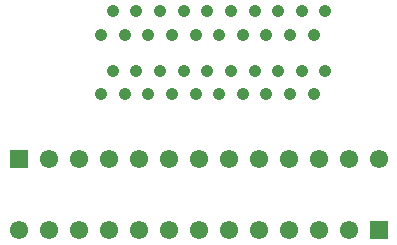
<source format=gts>
G04*
G04 #@! TF.GenerationSoftware,Altium Limited,Altium Designer,19.1.8 (144)*
G04*
G04 Layer_Color=8388736*
%FSLAX44Y44*%
%MOMM*%
G71*
G01*
G75*
%ADD11R,1.5508X1.5508*%
%ADD12C,1.5508*%
%ADD13C,1.0508*%
D11*
X375000Y15000D02*
D03*
X70200Y75000D02*
D03*
D12*
X349600Y15000D02*
D03*
X324200D02*
D03*
X298800D02*
D03*
X273400D02*
D03*
X248000D02*
D03*
X222600D02*
D03*
X197200D02*
D03*
X171800D02*
D03*
X146400D02*
D03*
X121000D02*
D03*
X95600D02*
D03*
X70200D02*
D03*
X95600Y75000D02*
D03*
X121000D02*
D03*
X146400D02*
D03*
X171800D02*
D03*
X197200D02*
D03*
X222600D02*
D03*
X248000D02*
D03*
X273400D02*
D03*
X298800D02*
D03*
X324200D02*
D03*
X349600D02*
D03*
X375000D02*
D03*
D13*
X320000Y130000D02*
D03*
X310000Y150000D02*
D03*
X300000Y130000D02*
D03*
X290000Y150000D02*
D03*
X280000Y130000D02*
D03*
X270000Y150000D02*
D03*
X260000Y130000D02*
D03*
X250000Y150000D02*
D03*
X240000Y130000D02*
D03*
X230000Y150000D02*
D03*
X220000Y130000D02*
D03*
X210000Y150000D02*
D03*
X200000Y130000D02*
D03*
X190000Y150000D02*
D03*
X180000Y130000D02*
D03*
X170000Y150000D02*
D03*
X160000Y130000D02*
D03*
X150000Y150000D02*
D03*
X140000Y130000D02*
D03*
X330000Y150000D02*
D03*
X320000Y180000D02*
D03*
X310000Y200000D02*
D03*
X300000Y180000D02*
D03*
X290000Y200000D02*
D03*
X280000Y180000D02*
D03*
X270000Y200000D02*
D03*
X260000Y180000D02*
D03*
X250000Y200000D02*
D03*
X240000Y180000D02*
D03*
X230000Y200000D02*
D03*
X220000Y180000D02*
D03*
X210000Y200000D02*
D03*
X200000Y180000D02*
D03*
X190000Y200000D02*
D03*
X180000Y180000D02*
D03*
X170000Y200000D02*
D03*
X160000Y180000D02*
D03*
X150000Y200000D02*
D03*
X140000Y180000D02*
D03*
X330000Y200000D02*
D03*
M02*

</source>
